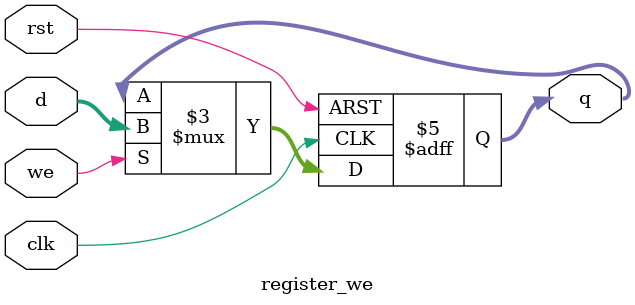
<source format=v>


module register_we
#(
    parameter SIZE = 32
)
(
    input                       clk,
    input                       rst,
    input                       we,
    input      [ SIZE - 1 : 0 ] d,
    output reg [ SIZE - 1 : 0 ] q
);
    always @ (posedge clk or negedge rst)
        if(~rst)
            q <= { SIZE { 1'b0}};
        else
            if(we) q <= d;
endmodule

</source>
